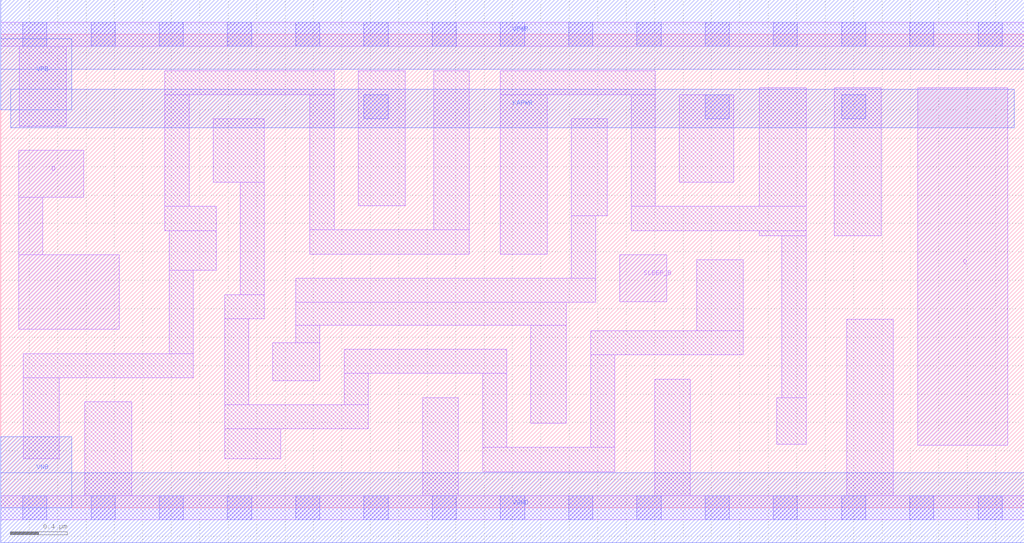
<source format=lef>
# Copyright 2020 The SkyWater PDK Authors
#
# Licensed under the Apache License, Version 2.0 (the "License");
# you may not use this file except in compliance with the License.
# You may obtain a copy of the License at
#
#     https://www.apache.org/licenses/LICENSE-2.0
#
# Unless required by applicable law or agreed to in writing, software
# distributed under the License is distributed on an "AS IS" BASIS,
# WITHOUT WARRANTIES OR CONDITIONS OF ANY KIND, either express or implied.
# See the License for the specific language governing permissions and
# limitations under the License.
#
# SPDX-License-Identifier: Apache-2.0

VERSION 5.5 ;
NAMESCASESENSITIVE ON ;
BUSBITCHARS "[]" ;
DIVIDERCHAR "/" ;
MACRO sky130_fd_sc_lp__isolatch_lp
  CLASS CORE ;
  SOURCE USER ;
  ORIGIN  0.000000  0.000000 ;
  SIZE  7.200000 BY  3.330000 ;
  SYMMETRY X Y R90 ;
  SITE unit ;
  PIN D
    ANTENNAGATEAREA  0.126000 ;
    DIRECTION INPUT ;
    USE SIGNAL ;
    PORT
      LAYER li1 ;
        RECT 0.125000 1.255000 0.835000 1.780000 ;
        RECT 0.125000 1.780000 0.295000 2.185000 ;
        RECT 0.125000 2.185000 0.585000 2.515000 ;
    END
  END D
  PIN Q
    ANTENNADIFFAREA  0.459700 ;
    DIRECTION OUTPUT ;
    USE SIGNAL ;
    PORT
      LAYER li1 ;
        RECT 6.450000 0.440000 7.085000 2.955000 ;
    END
  END Q
  PIN KAPWR
    ANTENNADIFFAREA  0.880000 ;
    DIRECTION INOUT ;
    USE POWER ;
    PORT
      LAYER met1 ;
        RECT 0.070000 2.675000 7.130000 2.945000 ;
    END
  END KAPWR
  PIN SLEEP_B
    ANTENNAGATEAREA  0.222000 ;
    DIRECTION INPUT ;
    USE CLOCK ;
    PORT
      LAYER li1 ;
        RECT 4.355000 1.450000 4.685000 1.780000 ;
    END
  END SLEEP_B
  PIN VGND
    DIRECTION INOUT ;
    USE GROUND ;
    PORT
      LAYER met1 ;
        RECT 0.000000 -0.245000 7.200000 0.245000 ;
    END
  END VGND
  PIN VNB
    DIRECTION INOUT ;
    USE GROUND ;
    PORT
      LAYER met1 ;
        RECT 0.000000 0.000000 0.500000 0.500000 ;
    END
  END VNB
  PIN VPB
    DIRECTION INOUT ;
    USE POWER ;
    PORT
      LAYER met1 ;
        RECT 0.000000 2.800000 0.500000 3.300000 ;
    END
  END VPB
  PIN VPWR
    DIRECTION INOUT ;
    USE POWER ;
    PORT
      LAYER met1 ;
        RECT 0.000000 3.085000 7.200000 3.575000 ;
    END
  END VPWR
  OBS
    LAYER li1 ;
      RECT 0.000000 -0.085000 7.200000 0.085000 ;
      RECT 0.000000  3.245000 7.200000 3.415000 ;
      RECT 0.130000  2.685000 0.460000 3.245000 ;
      RECT 0.160000  0.345000 0.410000 0.915000 ;
      RECT 0.160000  0.915000 1.355000 1.085000 ;
      RECT 0.590000  0.085000 0.920000 0.745000 ;
      RECT 1.155000  1.950000 1.515000 2.120000 ;
      RECT 1.155000  2.120000 1.325000 2.905000 ;
      RECT 1.155000  2.905000 2.345000 3.075000 ;
      RECT 1.185000  1.085000 1.355000 1.670000 ;
      RECT 1.185000  1.670000 1.515000 1.950000 ;
      RECT 1.495000  2.290000 1.855000 2.735000 ;
      RECT 1.575000  0.345000 1.970000 0.555000 ;
      RECT 1.575000  0.555000 2.585000 0.725000 ;
      RECT 1.575000  0.725000 1.745000 1.330000 ;
      RECT 1.575000  1.330000 1.855000 1.500000 ;
      RECT 1.685000  1.500000 1.855000 2.290000 ;
      RECT 1.915000  0.895000 2.245000 1.160000 ;
      RECT 2.075000  1.160000 2.245000 1.285000 ;
      RECT 2.075000  1.285000 3.980000 1.445000 ;
      RECT 2.075000  1.445000 4.185000 1.615000 ;
      RECT 2.175000  1.785000 3.295000 1.955000 ;
      RECT 2.175000  1.955000 2.345000 2.905000 ;
      RECT 2.415000  0.725000 2.585000 0.945000 ;
      RECT 2.415000  0.945000 3.560000 1.115000 ;
      RECT 2.515000  2.125000 2.845000 3.075000 ;
      RECT 2.970000  0.085000 3.220000 0.775000 ;
      RECT 3.045000  1.955000 3.295000 3.075000 ;
      RECT 3.390000  0.255000 4.320000 0.425000 ;
      RECT 3.390000  0.425000 3.560000 0.945000 ;
      RECT 3.515000  1.785000 3.845000 2.905000 ;
      RECT 3.515000  2.905000 4.605000 3.075000 ;
      RECT 3.730000  0.595000 3.980000 1.285000 ;
      RECT 4.015000  1.615000 4.185000 2.055000 ;
      RECT 4.015000  2.055000 4.265000 2.735000 ;
      RECT 4.150000  0.425000 4.320000 1.075000 ;
      RECT 4.150000  1.075000 5.225000 1.245000 ;
      RECT 4.435000  1.950000 5.665000 2.120000 ;
      RECT 4.435000  2.120000 4.605000 2.905000 ;
      RECT 4.600000  0.085000 4.850000 0.905000 ;
      RECT 4.775000  2.290000 5.155000 2.905000 ;
      RECT 4.895000  1.245000 5.225000 1.745000 ;
      RECT 5.335000  1.915000 5.665000 1.950000 ;
      RECT 5.335000  2.120000 5.665000 2.955000 ;
      RECT 5.460000  0.445000 5.665000 0.775000 ;
      RECT 5.495000  0.775000 5.665000 1.915000 ;
      RECT 5.865000  1.915000 6.195000 2.955000 ;
      RECT 5.950000  0.085000 6.280000 1.325000 ;
    LAYER mcon ;
      RECT 0.155000 -0.085000 0.325000 0.085000 ;
      RECT 0.155000  3.245000 0.325000 3.415000 ;
      RECT 0.635000 -0.085000 0.805000 0.085000 ;
      RECT 0.635000  3.245000 0.805000 3.415000 ;
      RECT 1.115000 -0.085000 1.285000 0.085000 ;
      RECT 1.115000  3.245000 1.285000 3.415000 ;
      RECT 1.595000 -0.085000 1.765000 0.085000 ;
      RECT 1.595000  3.245000 1.765000 3.415000 ;
      RECT 2.075000 -0.085000 2.245000 0.085000 ;
      RECT 2.075000  3.245000 2.245000 3.415000 ;
      RECT 2.555000 -0.085000 2.725000 0.085000 ;
      RECT 2.555000  2.735000 2.725000 2.905000 ;
      RECT 2.555000  3.245000 2.725000 3.415000 ;
      RECT 3.035000 -0.085000 3.205000 0.085000 ;
      RECT 3.035000  3.245000 3.205000 3.415000 ;
      RECT 3.515000 -0.085000 3.685000 0.085000 ;
      RECT 3.515000  3.245000 3.685000 3.415000 ;
      RECT 3.995000 -0.085000 4.165000 0.085000 ;
      RECT 3.995000  3.245000 4.165000 3.415000 ;
      RECT 4.475000 -0.085000 4.645000 0.085000 ;
      RECT 4.475000  3.245000 4.645000 3.415000 ;
      RECT 4.955000 -0.085000 5.125000 0.085000 ;
      RECT 4.955000  2.735000 5.125000 2.905000 ;
      RECT 4.955000  3.245000 5.125000 3.415000 ;
      RECT 5.435000 -0.085000 5.605000 0.085000 ;
      RECT 5.435000  3.245000 5.605000 3.415000 ;
      RECT 5.915000 -0.085000 6.085000 0.085000 ;
      RECT 5.915000  2.735000 6.085000 2.905000 ;
      RECT 5.915000  3.245000 6.085000 3.415000 ;
      RECT 6.395000 -0.085000 6.565000 0.085000 ;
      RECT 6.395000  3.245000 6.565000 3.415000 ;
      RECT 6.875000 -0.085000 7.045000 0.085000 ;
      RECT 6.875000  3.245000 7.045000 3.415000 ;
  END
END sky130_fd_sc_lp__isolatch_lp
END LIBRARY

</source>
